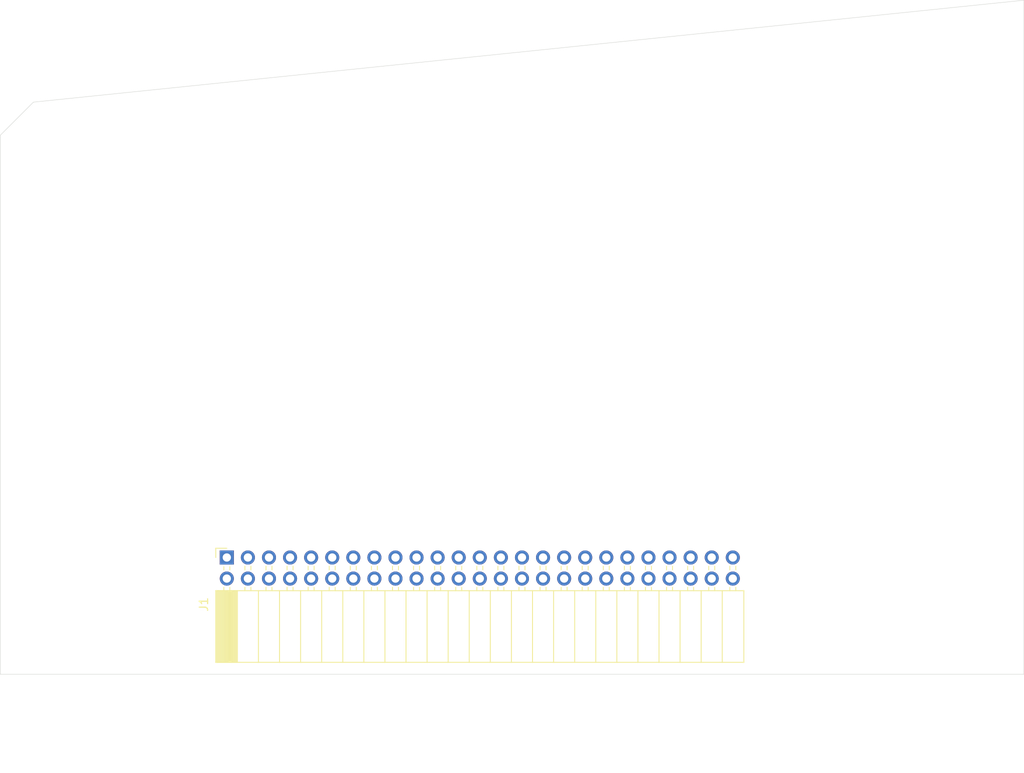
<source format=kicad_pcb>
(kicad_pcb (version 20211014) (generator pcbnew)
  (layers (0 "F.Cu" signal) (31 "B.Cu" signal) (34 "B.Paste" user) (35 "F.Paste" user) (36 "B.SilkS" user "B.Silkscreen") (37 "F.SilkS" user "F.Silkscreen") (38 "B.Mask" user) (39 "F.Mask" user) (44 "Edge.Cuts" user))
  (net 0 "")
  (net 2 "+5V")
  (net 25 "GND")
  (net 48 "+5VA")
  (footprint "Connector_PinSocket_2.54mm:PinSocket_2x25_P2.54mm_Horizontal" (layer "F.Cu") (at 113.97 123.84 90)
    (fp_text reference "J1" (at -5.65 -2.77 90) (layer "F.SilkS"))
    (fp_text value "Macintosh_Portable_Ram_Card_Conn_02x25_Odd_Even")
    (fp_line (start -12.63 -1.33) (end -4 -1.33) (layer "F.SilkS") (width 0.12))
    (fp_line (start -12.63 -0.855715) (end -4 -0.855715) (layer "F.SilkS") (width 0.12))
    (fp_line (start -1.49 30.84) (end -1.05 30.84) (layer "F.SilkS") (width 0.12))
    (fp_line (start -1.49 22.5) (end -1.05 22.5) (layer "F.SilkS") (width 0.12))
    (fp_line (start -12.63 59.69) (end -4 59.69) (layer "F.SilkS") (width 0.12))
    (fp_line (start -4 40.28) (end -3.59 40.28) (layer "F.SilkS") (width 0.12))
    (fp_line (start -4 10.52) (end -3.59 10.52) (layer "F.SilkS") (width 0.12))
    (fp_line (start -12.63 8.89) (end -4 8.89) (layer "F.SilkS") (width 0.12))
    (fp_line (start -4 41) (end -3.59 41) (layer "F.SilkS") (width 0.12))
    (fp_line (start -1.49 -0.36) (end -1.11 -0.36) (layer "F.SilkS") (width 0.12))
    (fp_line (start -12.63 34.29) (end -4 34.29) (layer "F.SilkS") (width 0.12))
    (fp_line (start -12.63 3.81) (end -4 3.81) (layer "F.SilkS") (width 0.12))
    (fp_line (start -1.49 60.6) (end -1.05 60.6) (layer "F.SilkS") (width 0.12))
    (fp_line (start -4 27.58) (end -3.59 27.58) (layer "F.SilkS") (width 0.12))
    (fp_line (start -12.63 -0.02905) (end -4 -0.02905) (layer "F.SilkS") (width 0.12))
    (fp_line (start -12.63 19.05) (end -4 19.05) (layer "F.SilkS") (width 0.12))
    (fp_line (start -4 23.22) (end -3.59 23.22) (layer "F.SilkS") (width 0.12))
    (fp_line (start -12.63 -0.26524) (end -4 -0.26524) (layer "F.SilkS") (width 0.12))
    (fp_line (start -12.63 -1.33) (end -12.63 62.29) (layer "F.SilkS") (width 0.12))
    (fp_line (start -4 55.52) (end -3.59 55.52) (layer "F.SilkS") (width 0.12))
    (fp_line (start -1.49 58.78) (end -1.05 58.78) (layer "F.SilkS") (width 0.12))
    (fp_line (start -4 61.32) (end -3.59 61.32) (layer "F.SilkS") (width 0.12))
    (fp_line (start -1.49 51.16) (end -1.05 51.16) (layer "F.SilkS") (width 0.12))
    (fp_line (start -1.49 30.12) (end -1.05 30.12) (layer "F.SilkS") (width 0.12))
    (fp_line (start -4 12.34) (end -3.59 12.34) (layer "F.SilkS") (width 0.12))
    (fp_line (start -4 17.42) (end -3.59 17.42) (layer "F.SilkS") (width 0.12))
    (fp_line (start -1.49 7.26) (end -1.05 7.26) (layer "F.SilkS") (width 0.12))
    (fp_line (start -4 53.7) (end -3.59 53.7) (layer "F.SilkS") (width 0.12))
    (fp_line (start -12.63 54.61) (end -4 54.61) (layer "F.SilkS") (width 0.12))
    (fp_line (start -1.49 56.24) (end -1.05 56.24) (layer "F.SilkS") (width 0.12))
    (fp_line (start -4 7.98) (end -3.59 7.98) (layer "F.SilkS") (width 0.12))
    (fp_line (start -1.49 14.88) (end -1.05 14.88) (layer "F.SilkS") (width 0.12))
    (fp_line (start -12.63 52.07) (end -4 52.07) (layer "F.SilkS") (width 0.12))
    (fp_line (start -1.49 46.08) (end -1.05 46.08) (layer "F.SilkS") (width 0.12))
    (fp_line (start -4 32.66) (end -3.59 32.66) (layer "F.SilkS") (width 0.12))
    (fp_line (start -12.63 -0.147145) (end -4 -0.147145) (layer "F.SilkS") (width 0.12))
    (fp_line (start 1.11 -1.33) (end 1.11 0) (layer "F.SilkS") (width 0.12))
    (fp_line (start -12.63 21.59) (end -4 21.59) (layer "F.SilkS") (width 0.12))
    (fp_line (start -12.63 0.44333) (end -4 0.44333) (layer "F.SilkS") (width 0.12))
    (fp_line (start -4 35.92) (end -3.59 35.92) (layer "F.SilkS") (width 0.12))
    (fp_line (start -1.49 18.14) (end -1.05 18.14) (layer "F.SilkS") (width 0.12))
    (fp_line (start -12.63 -1.21) (end -4 -1.21) (layer "F.SilkS") (width 0.12))
    (fp_line (start -12.63 39.37) (end -4 39.37) (layer "F.SilkS") (width 0.12))
    (fp_line (start -4 45.36) (end -3.59 45.36) (layer "F.SilkS") (width 0.12))
    (fp_line (start -1.49 48.62) (end -1.05 48.62) (layer "F.SilkS") (width 0.12))
    (fp_line (start -4 14.88) (end -3.59 14.88) (layer "F.SilkS") (width 0.12))
    (fp_line (start -12.63 31.75) (end -4 31.75) (layer "F.SilkS") (width 0.12))
    (fp_line (start -12.63 41.91) (end -4 41.91) (layer "F.SilkS") (width 0.12))
    (fp_line (start -4 46.08) (end -3.59 46.08) (layer "F.SilkS") (width 0.12))
    (fp_line (start -1.49 19.96) (end -1.05 19.96) (layer "F.SilkS") (width 0.12))
    (fp_line (start -1.49 27.58) (end -1.05 27.58) (layer "F.SilkS") (width 0.12))
    (fp_line (start -12.63 36.83) (end -4 36.83) (layer "F.SilkS") (width 0.12))
    (fp_line (start -4 4.72) (end -3.59 4.72) (layer "F.SilkS") (width 0.12))
    (fp_line (start -4 37.74) (end -3.59 37.74) (layer "F.SilkS") (width 0.12))
    (fp_line (start -12.63 0.67952) (end -4 0.67952) (layer "F.SilkS") (width 0.12))
    (fp_line (start -4 52.98) (end -3.59 52.98) (layer "F.SilkS") (width 0.12))
    (fp_line (start -4 35.2) (end -3.59 35.2) (layer "F.SilkS") (width 0.12))
    (fp_line (start -1.49 9.8) (end -1.05 9.8) (layer "F.SilkS") (width 0.12))
    (fp_line (start -1.49 42.82) (end -1.05 42.82) (layer "F.SilkS") (width 0.12))
    (fp_line (start -1.49 37.74) (end -1.05 37.74) (layer "F.SilkS") (width 0.12))
    (fp_line (start -1.49 0.36) (end -1.11 0.36) (layer "F.SilkS") (width 0.12))
    (fp_line (start -12.63 -0.50143) (end -4 -0.50143) (layer "F.SilkS") (width 0.12))
    (fp_line (start -1.49 28.3) (end -1.05 28.3) (layer "F.SilkS") (width 0.12))
    (fp_line (start -4 22.5) (end -3.59 22.5) (layer "F.SilkS") (width 0.12))
    (fp_line (start -1.49 35.92) (end -1.05 35.92) (layer "F.SilkS") (width 0.12))
    (fp_line (start -12.63 1.1519) (end -4 1.1519) (layer "F.SilkS") (width 0.12))
    (fp_line (start -4 30.12) (end -3.59 30.12) (layer "F.SilkS") (width 0.12))
    (fp_line (start -4 51.16) (end -3.59 51.16) (layer "F.SilkS") (width 0.12))
    (fp_line (start -4 58.06) (end -3.59 58.06) (layer "F.SilkS") (width 0.12))
    (fp_line (start -12.63 46.99) (end -4 46.99) (layer "F.SilkS") (width 0.12))
    (fp_line (start -1.49 50.44) (end -1.05 50.44) (layer "F.SilkS") (width 0.12))
    (fp_line (start -1.49 5.44) (end -1.05 5.44) (layer "F.SilkS") (width 0.12))
    (fp_line (start -4 19.96) (end -3.59 19.96) (layer "F.SilkS") (width 0.12))
    (fp_line (start -12.63 0.089045) (end -4 0.089045) (layer "F.SilkS") (width 0.12))
    (fp_line (start -1.49 12.34) (end -1.05 12.34) (layer "F.SilkS") (width 0.12))
    (fp_line (start -1.49 13.06) (end -1.05 13.06) (layer "F.SilkS") (width 0.12))
    (fp_line (start -12.63 0.797615) (end -4 0.797615) (layer "F.SilkS") (width 0.12))
    (fp_line (start -12.63 11.43) (end -4 11.43) (layer "F.SilkS") (width 0.12))
    (fp_line (start -1.49 25.04) (end -1.05 25.04) (layer "F.SilkS") (width 0.12))
    (fp_line (start -1.49 23.22) (end -1.05 23.22) (layer "F.SilkS") (width 0.12))
    (fp_line (start -1.49 20.68) (end -1.05 20.68) (layer "F.SilkS") (width 0.12))
    (fp_line (start -12.63 16.51) (end -4 16.51) (layer "F.SilkS") (width 0.12))
    (fp_line (start -4 60.6) (end -3.59 60.6) (layer "F.SilkS") (width 0.12))
    (fp_line (start 0 -1.33) (end 1.11 -1.33) (layer "F.SilkS") (width 0.12))
    (fp_line (start -1.49 58.06) (end -1.05 58.06) (layer "F.SilkS") (width 0.12))
    (fp_line (start -12.63 1.27) (end -4 1.27) (layer "F.SilkS") (width 0.12))
    (fp_line (start -1.49 38.46) (end -1.05 38.46) (layer "F.SilkS") (width 0.12))
    (fp_line (start -12.63 0.20714) (end -4 0.20714) (layer "F.SilkS") (width 0.12))
    (fp_line (start -4 43.54) (end -3.59 43.54) (layer "F.SilkS") (width 0.12))
    (fp_line (start -1.49 25.76) (end -1.05 25.76) (layer "F.SilkS") (width 0.12))
    (fp_line (start -12.63 -0.383335) (end -4 -0.383335) (layer "F.SilkS") (width 0.12))
    (fp_line (start -12.63 -0.73762) (end -4 -0.73762) (layer "F.SilkS") (width 0.12))
    (fp_line (start -1.49 33.38) (end -1.05 33.38) (layer "F.SilkS") (width 0.12))
    (fp_line (start -4 50.44) (end -3.59 50.44) (layer "F.SilkS") (width 0.12))
    (fp_line (start -12.63 26.67) (end -4 26.67) (layer "F.SilkS") (width 0.12))
    (fp_line (start -4 -0.36) (end -3.59 -0.36) (layer "F.SilkS") (width 0.12))
    (fp_line (start -1.49 45.36) (end -1.05 45.36) (layer "F.SilkS") (width 0.12))
    (fp_line (start -4 48.62) (end -3.59 48.62) (layer "F.SilkS") (width 0.12))
    (fp_line (start -4 30.84) (end -3.59 30.84) (layer "F.SilkS") (width 0.12))
    (fp_line (start -1.49 17.42) (end -1.05 17.42) (layer "F.SilkS") (width 0.12))
    (fp_line (start -1.49 53.7) (end -1.05 53.7) (layer "F.SilkS") (width 0.12))
    (fp_line (start -4 56.24) (end -3.59 56.24) (layer "F.SilkS") (width 0.12))
    (fp_line (start -12.63 -1.091905) (end -4 -1.091905) (layer "F.SilkS") (width 0.12))
    (fp_line (start -4 42.82) (end -3.59 42.82) (layer "F.SilkS") (width 0.12))
    (fp_line (start -1.49 43.54) (end -1.05 43.54) (layer "F.SilkS") (width 0.12))
    (fp_line (start -1.49 61.32) (end -1.05 61.32) (layer "F.SilkS") (width 0.12))
    (fp_line (start -4 28.3) (end -3.59 28.3) (layer "F.SilkS") (width 0.12))
    (fp_line (start -1.49 15.6) (end -1.05 15.6) (layer "F.SilkS") (width 0.12))
    (fp_line (start -4 58.78) (end -3.59 58.78) (layer "F.SilkS") (width 0.12))
    (fp_line (start -4 15.6) (end -3.59 15.6) (layer "F.SilkS") (width 0.12))
    (fp_line (start -12.63 -0.97381) (end -4 -0.97381) (layer "F.SilkS") (width 0.12))
    (fp_line (start -4 5.44) (end -3.59 5.44) (layer "F.SilkS") (width 0.12))
    (fp_line (start -4 25.04) (end -3.59 25.04) (layer "F.SilkS") (width 0.12))
    (fp_line (start -12.63 0.561425) (end -4 0.561425) (layer "F.SilkS") (width 0.12))
    (fp_line (start -12.63 0.91571) (end -4 0.91571) (layer "F.SilkS") (width 0.12))
    (fp_line (start -4 18.14) (end -3.59 18.14) (layer "F.SilkS") (width 0.12))
    (fp_line (start -4 2.9) (end -3.59 2.9) (layer "F.SilkS") (width 0.12))
    (fp_line (start -12.63 6.35) (end -4 6.35) (layer "F.SilkS") (width 0.12))
    (fp_line (start -1.49 7.98) (end -1.05 7.98) (layer "F.SilkS") (width 0.12))
    (fp_line (start -12.63 24.13) (end -4 24.13) (layer "F.SilkS") (width 0.12))
    (fp_line (start -1.49 10.52) (end -1.05 10.52) (layer "F.SilkS") (width 0.12))
    (fp_line (start -4 9.8) (end -3.59 9.8) (layer "F.SilkS") (width 0.12))
    (fp_line (start -4 20.68) (end -3.59 20.68) (layer "F.SilkS") (width 0.12))
    (fp_line (start -4 25.76) (end -3.59 25.76) (layer "F.SilkS") (width 0.12))
    (fp_line (start -1.49 4.72) (end -1.05 4.72) (layer "F.SilkS") (width 0.12))
    (fp_line (start -1.49 41) (end -1.05 41) (layer "F.SilkS") (width 0.12))
    (fp_line (start -12.63 29.21) (end -4 29.21) (layer "F.SilkS") (width 0.12))
    (fp_line (start -4 -1.33) (end -4 62.29) (layer "F.SilkS") (width 0.12))
    (fp_line (start -4 2.18) (end -3.59 2.18) (layer "F.SilkS") (width 0.12))
    (fp_line (start -1.49 52.98) (end -1.05 52.98) (layer "F.SilkS") (width 0.12))
    (fp_line (start -1.49 35.2) (end -1.05 35.2) (layer "F.SilkS") (width 0.12))
    (fp_line (start -4 13.06) (end -3.59 13.06) (layer "F.SilkS") (width 0.12))
    (fp_line (start -4 0.36) (end -3.59 0.36) (layer "F.SilkS") (width 0.12))
    (fp_line (start -12.63 62.29) (end -4 62.29) (layer "F.SilkS") (width 0.12))
    (fp_line (start -1.49 47.9) (end -1.05 47.9) (layer "F.SilkS") (width 0.12))
    (fp_line (start -12.63 49.53) (end -4 49.53) (layer "F.SilkS") (width 0.12))
    (fp_line (start -4 33.38) (end -3.59 33.38) (layer "F.SilkS") (width 0.12))
    (fp_line (start -1.49 32.66) (end -1.05 32.66) (layer "F.SilkS") (width 0.12))
    (fp_line (start -4 38.46) (end -3.59 38.46) (layer "F.SilkS") (width 0.12))
    (fp_line (start -12.63 44.45) (end -4 44.45) (layer "F.SilkS") (width 0.12))
    (fp_line (start -1.49 2.18) (end -1.05 2.18) (layer "F.SilkS") (width 0.12))
    (fp_line (start -12.63 1.033805) (end -4 1.033805) (layer "F.SilkS") (width 0.12))
    (fp_line (start -4 7.26) (end -3.59 7.26) (layer "F.SilkS") (width 0.12))
    (fp_line (start -4 47.9) (end -3.59 47.9) (layer "F.SilkS") (width 0.12))
    (fp_line (start -12.63 0.325235) (end -4 0.325235) (layer "F.SilkS") (width 0.12))
    (fp_line (start -1.49 2.9) (end -1.05 2.9) (layer "F.SilkS") (width 0.12))
    (fp_line (start -12.63 57.15) (end -4 57.15) (layer "F.SilkS") (width 0.12))
    (fp_line (start -12.63 -0.619525) (end -4 -0.619525) (layer "F.SilkS") (width 0.12))
    (fp_line (start -12.63 13.97) (end -4 13.97) (layer "F.SilkS") (width 0.12))
    (fp_line (start -1.49 40.28) (end -1.05 40.28) (layer "F.SilkS") (width 0.12))
    (fp_line (start -1.49 55.52) (end -1.05 55.52) (layer "F.SilkS") (width 0.12))
    (pad "1" thru_hole rect (at 0 0 90) (size 1.7 1.7) (drill 1) (layers *.Cu *.Mask) (net 2 "+5V"))
    (pad "2" thru_hole oval (at -2.54 0 90) (size 1.7 1.7) (drill 1) (layers *.Cu *.Mask))
    (pad "3" thru_hole oval (at 0 2.54 90) (size 1.7 1.7) (drill 1) (layers *.Cu *.Mask))
    (pad "4" thru_hole oval (at -2.54 2.54 90) (size 1.7 1.7) (drill 1) (layers *.Cu *.Mask))
    (pad "5" thru_hole oval (at 0 5.08 90) (size 1.7 1.7) (drill 1) (layers *.Cu *.Mask))
    (pad "6" thru_hole oval (at -2.54 5.08 90) (size 1.7 1.7) (drill 1) (layers *.Cu *.Mask))
    (pad "7" thru_hole oval (at 0 7.62 90) (size 1.7 1.7) (drill 1) (layers *.Cu *.Mask))
    (pad "8" thru_hole oval (at -2.54 7.62 90) (size 1.7 1.7) (drill 1) (layers *.Cu *.Mask))
    (pad "9" thru_hole oval (at 0 10.16 90) (size 1.7 1.7) (drill 1) (layers *.Cu *.Mask))
    (pad "10" thru_hole oval (at -2.54 10.16 90) (size 1.7 1.7) (drill 1) (layers *.Cu *.Mask))
    (pad "11" thru_hole oval (at 0 12.7 90) (size 1.7 1.7) (drill 1) (layers *.Cu *.Mask))
    (pad "12" thru_hole oval (at -2.54 12.7 90) (size 1.7 1.7) (drill 1) (layers *.Cu *.Mask))
    (pad "13" thru_hole oval (at 0 15.24 90) (size 1.7 1.7) (drill 1) (layers *.Cu *.Mask))
    (pad "14" thru_hole oval (at -2.54 15.24 90) (size 1.7 1.7) (drill 1) (layers *.Cu *.Mask))
    (pad "15" thru_hole oval (at 0 17.78 90) (size 1.7 1.7) (drill 1) (layers *.Cu *.Mask))
    (pad "16" thru_hole oval (at -2.54 17.78 90) (size 1.7 1.7) (drill 1) (layers *.Cu *.Mask))
    (pad "17" thru_hole oval (at 0 20.32 90) (size 1.7 1.7) (drill 1) (layers *.Cu *.Mask))
    (pad "18" thru_hole oval (at -2.54 20.32 90) (size 1.7 1.7) (drill 1) (layers *.Cu *.Mask))
    (pad "19" thru_hole oval (at 0 22.86 90) (size 1.7 1.7) (drill 1) (layers *.Cu *.Mask))
    (pad "20" thru_hole oval (at -2.54 22.86 90) (size 1.7 1.7) (drill 1) (layers *.Cu *.Mask))
    (pad "21" thru_hole oval (at 0 25.4 90) (size 1.7 1.7) (drill 1) (layers *.Cu *.Mask))
    (pad "22" thru_hole oval (at -2.54 25.4 90) (size 1.7 1.7) (drill 1) (layers *.Cu *.Mask))
    (pad "23" thru_hole oval (at 0 27.94 90) (size 1.7 1.7) (drill 1) (layers *.Cu *.Mask))
    (pad "24" thru_hole oval (at -2.54 27.94 90) (size 1.7 1.7) (drill 1) (layers *.Cu *.Mask))
    (pad "25" thru_hole oval (at 0 30.48 90) (size 1.7 1.7) (drill 1) (layers *.Cu *.Mask) (net 25 "GND"))
    (pad "26" thru_hole oval (at -2.54 30.48 90) (size 1.7 1.7) (drill 1) (layers *.Cu *.Mask) (net 25 "GND"))
    (pad "27" thru_hole oval (at 0 33.02 90) (size 1.7 1.7) (drill 1) (layers *.Cu *.Mask))
    (pad "28" thru_hole oval (at -2.54 33.02 90) (size 1.7 1.7) (drill 1) (layers *.Cu *.Mask))
    (pad "29" thru_hole oval (at 0 35.56 90) (size 1.7 1.7) (drill 1) (layers *.Cu *.Mask))
    (pad "30" thru_hole oval (at -2.54 35.56 90) (size 1.7 1.7) (drill 1) (layers *.Cu *.Mask))
    (pad "31" thru_hole oval (at 0 38.1 90) (size 1.7 1.7) (drill 1) (layers *.Cu *.Mask))
    (pad "32" thru_hole oval (at -2.54 38.1 90) (size 1.7 1.7) (drill 1) (layers *.Cu *.Mask))
    (pad "33" thru_hole oval (at 0 40.64 90) (size 1.7 1.7) (drill 1) (layers *.Cu *.Mask))
    (pad "34" thru_hole oval (at -2.54 40.64 90) (size 1.7 1.7) (drill 1) (layers *.Cu *.Mask))
    (pad "35" thru_hole oval (at 0 43.18 90) (size 1.7 1.7) (drill 1) (layers *.Cu *.Mask))
    (pad "36" thru_hole oval (at -2.54 43.18 90) (size 1.7 1.7) (drill 1) (layers *.Cu *.Mask))
    (pad "37" thru_hole oval (at 0 45.72 90) (size 1.7 1.7) (drill 1) (layers *.Cu *.Mask))
    (pad "38" thru_hole oval (at -2.54 45.72 90) (size 1.7 1.7) (drill 1) (layers *.Cu *.Mask))
    (pad "39" thru_hole oval (at 0 48.26 90) (size 1.7 1.7) (drill 1) (layers *.Cu *.Mask))
    (pad "40" thru_hole oval (at -2.54 48.26 90) (size 1.7 1.7) (drill 1) (layers *.Cu *.Mask))
    (pad "41" thru_hole oval (at 0 50.8 90) (size 1.7 1.7) (drill 1) (layers *.Cu *.Mask))
    (pad "42" thru_hole oval (at -2.54 50.8 90) (size 1.7 1.7) (drill 1) (layers *.Cu *.Mask))
    (pad "43" thru_hole oval (at 0 53.34 90) (size 1.7 1.7) (drill 1) (layers *.Cu *.Mask))
    (pad "44" thru_hole oval (at -2.54 53.34 90) (size 1.7 1.7) (drill 1) (layers *.Cu *.Mask))
    (pad "45" thru_hole oval (at 0 55.88 90) (size 1.7 1.7) (drill 1) (layers *.Cu *.Mask))
    (pad "46" thru_hole oval (at -2.54 55.88 90) (size 1.7 1.7) (drill 1) (layers *.Cu *.Mask))
    (pad "47" thru_hole oval (at 0 58.42 90) (size 1.7 1.7) (drill 1) (layers *.Cu *.Mask))
    (pad "48" thru_hole oval (at -2.54 58.42 90) (size 1.7 1.7) (drill 1) (layers *.Cu *.Mask))
    (pad "49" thru_hole oval (at 0 60.96 90) (size 1.7 1.7) (drill 1) (layers *.Cu *.Mask) (net 48 "+5VA"))
    (pad "50" thru_hole oval (at -2.54 60.96 90) (size 1.7 1.7) (drill 1) (layers *.Cu *.Mask) (net 48 "+5VA"))
  )
  (gr_line (start 90.67 68.98) (end 210 56.7) (layer "Edge.Cuts") (width 0.05))
  (gr_line (start 86.67 137.9) (end 86.67 72.98) (layer "Edge.Cuts") (width 0.05))
  (gr_line (start 90.67 68.98) (end 86.67 72.98) (layer "Edge.Cuts") (width 0.05))
  (gr_line (start 210 137.9) (end 210 56.7) (layer "Edge.Cuts") (width 0.05))
  (gr_line (start 210 137.9) (end 86.67 137.9) (layer "Edge.Cuts") (width 0.05))
)
</source>
